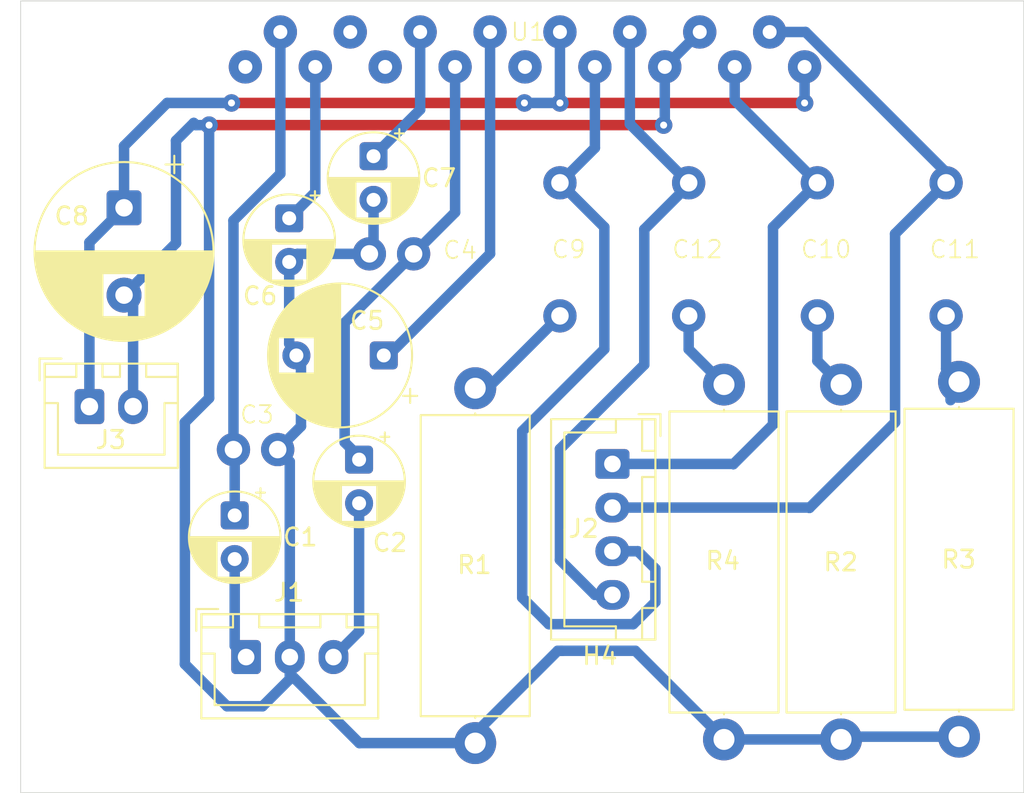
<source format=kicad_pcb>
(kicad_pcb (version 20241229) (generator "pcbnew") (generator_version "9.0")
  (layers (0 "F.Cu" signal) (2 "B.Cu" signal) (13 "F.Paste" user) (15 "B.Paste" user) (5 "F.SilkS" user "F.Silkscreen") (7 "B.SilkS" user "B.Silkscreen") (1 "F.Mask" user) (3 "B.Mask" user) (25 "Edge.Cuts" user))
  (net 0 "")
  (net 3 "Net-(U1-IN1)")
  (net 6 "Net-(U1-IN2)")
  (net 7 "GND")
  (net 8 "Net-(U1-Ripple)")
  (net 9 "Net-(U1-NF1)")
  (net 10 "Net-(U1-NF2)")
  (net 11 "VCC")
  (net 12 "Net-(J2-Pin_3)")
  (net 13 "Net-(C9-Pad2)")
  (net 14 "Net-(C10-Pad2)")
  (net 15 "Net-(J2-Pin_1)")
  (net 16 "Net-(J2-Pin_2)")
  (net 17 "Net-(C11-Pad2)")
  (net 18 "Net-(J2-Pin_4)")
  (net 19 "Net-(C12-Pad2)")
  (net 20 "Net-(J1-Pin_1)")
  (net 21 "Net-(J1-Pin_3)")
  (footprint "Connector_JST:JST_XH_B4B-XH-A_1x04_P2.50mm_Vertical" (layer "F.Cu") (at 168.864642 59.022879 -90)
    (property "Reference" "J2" (at 3.7057 1.649376 180) (layer "F.SilkS"))
    (property "Value" "Output")
    (pad "1" thru_hole roundrect (at 0 0 270) (size 1.7 1.95) (drill 0.95) (layers "*.Cu" "*.Mask") (roundrect_rratio 0.147059) (net 15 "Net-(J2-Pin_1)"))
    (pad "2" thru_hole oval (at 2.5 0 270) (size 1.7 1.95) (drill 0.95) (layers "*.Cu" "*.Mask") (net 16 "Net-(J2-Pin_2)"))
    (pad "3" thru_hole oval (at 5 0 270) (size 1.7 1.95) (drill 0.95) (layers "*.Cu" "*.Mask") (net 12 "Net-(J2-Pin_3)"))
    (pad "4" thru_hole oval (at 7.5 0 270) (size 1.7 1.95) (drill 0.95) (layers "*.Cu" "*.Mask") (net 18 "Net-(J2-Pin_4)"))
  )
  (footprint "@MyLibrary:5.3_2.5_p2.5" (layer "F.Cu") (at 156.21 46.99 180)
    (property "Reference" "C4" (at -3.93351 0.210039 0) (layer "F.SilkS") (effects (font (thickness 0.1))))
    (property "Value" "1000p")
    (pad "1" thru_hole circle (at -1.278026 -0.004765 180) (size 1.905 1.905) (drill 1) (layers "*.Cu" "*.Mask") (net 6 "Net-(U1-IN2)"))
    (pad "2" thru_hole circle (at 1.252966 -0.004765 180) (size 1.905 1.905) (drill 1) (layers "*.Cu" "*.Mask") (net 7 "GND"))
  )
  (footprint "Capacitor_THT:CP_Radial_D5.0mm_P2.50mm" (layer "F.Cu") (at 150.368 44.958 -90)
    (property "Reference" "C6" (at 4.448749 1.666476 180) (layer "F.SilkS"))
    (property "Value" "25v47uF")
    (pad "1" thru_hole roundrect (at 0 0 270) (size 1.6 1.6) (drill 0.8) (layers "*.Cu" "*.Mask") (roundrect_rratio 0.15625) (net 9 "Net-(U1-NF1)"))
    (pad "2" thru_hole circle (at 2.5 0 270) (size 1.6 1.6) (drill 0.8) (layers "*.Cu" "*.Mask") (net 7 "GND"))
  )
  (footprint "Capacitor_THT:CP_Radial_D5.0mm_P2.50mm" (layer "F.Cu") (at 154.367802 58.775871 -90)
    (property "Reference" "C2" (at 4.761372 -1.765315 180) (layer "F.SilkS"))
    (property "Value" "25v4.7uF")
    (pad "1" thru_hole roundrect (at 0 0 270) (size 1.6 1.6) (drill 0.8) (layers "*.Cu" "*.Mask") (roundrect_rratio 0.15625) (net 6 "Net-(U1-IN2)"))
    (pad "2" thru_hole circle (at 2.5 0 270) (size 1.6 1.6) (drill 0.8) (layers "*.Cu" "*.Mask") (net 21 "Net-(J1-Pin_3)"))
  )
  (footprint "Capacitor_THT:CP_Radial_D10.0mm_P5.00mm" (layer "F.Cu") (at 140.917664 44.356945 -90)
    (property "Reference" "C8" (at 0.474055 2.995664 180) (layer "F.SilkS"))
    (property "Value" "1000uF")
    (pad "1" thru_hole roundrect (at 0 0 270) (size 2 2) (drill 1) (layers "*.Cu" "*.Mask") (roundrect_rratio 0.125) (net 11 "VCC"))
    (pad "2" thru_hole circle (at 5 0 270) (size 2 2) (drill 1) (layers "*.Cu" "*.Mask") (net 7 "GND"))
  )
  (footprint "@MyLibrary:11.6_7.0_p7.5" (layer "F.Cu") (at 173.228 46.736 -90)
    (property "Reference" "C12" (at 0 -0.5 0) (layer "F.SilkS") (effects (font (thickness 0.1))))
    (property "Value" "0.12uF")
    (pad "1" thru_hole circle (at -3.81 0 270) (size 1.905 1.905) (drill 1) (layers "*.Cu" "*.Mask") (net 18 "Net-(J2-Pin_4)"))
    (pad "2" thru_hole circle (at 3.81 0 270) (size 1.905 1.905) (drill 1) (layers "*.Cu" "*.Mask") (net 19 "Net-(C12-Pad2)"))
  )
  (footprint "@MyLibrary:5.3_2.5_p2.5" (layer "F.Cu") (at 148.457006 58.206352)
    (property "Reference" "C3" (at 0.068098 -2.006061 0) (layer "F.SilkS") (effects (font (thickness 0.1))))
    (property "Value" "1000p")
    (pad "1" thru_hole circle (at -1.278026 -0.004765) (size 1.905 1.905) (drill 1) (layers "*.Cu" "*.Mask") (net 3 "Net-(U1-IN1)"))
    (pad "2" thru_hole circle (at 1.252966 -0.004765) (size 1.905 1.905) (drill 1) (layers "*.Cu" "*.Mask") (net 7 "GND"))
  )
  (footprint "@MyLibrary:11.6_7.0_p7.5" (layer "F.Cu") (at 187.96 46.736 -90)
    (property "Reference" "C11" (at 0 -0.5 0) (layer "F.SilkS") (effects (font (thickness 0.1))))
    (property "Value" "0.12uF")
    (pad "1" thru_hole circle (at -3.81 0 270) (size 1.905 1.905) (drill 1) (layers "*.Cu" "*.Mask") (net 16 "Net-(J2-Pin_2)"))
    (pad "2" thru_hole circle (at 3.81 0 270) (size 1.905 1.905) (drill 1) (layers "*.Cu" "*.Mask") (net 17 "Net-(C11-Pad2)"))
  )
  (footprint "Resistor_THT:R_Axial_DIN0617_L17.0mm_D6.0mm_P20.32mm_Horizontal" (layer "F.Cu") (at 161.014368 54.688153 -90)
    (property "Reference" "R1" (at 10.116737 0.045706 180) (layer "F.SilkS"))
    (property "Value" "2.2")
    (pad "1" thru_hole circle (at 0 0 270) (size 2.4 2.4) (drill 1.2) (layers "*.Cu" "*.Mask") (net 13 "Net-(C9-Pad2)"))
    (pad "2" thru_hole circle (at 20.32 0 270) (size 2.4 2.4) (drill 1.2) (layers "*.Cu" "*.Mask") (net 7 "GND"))
  )
  (footprint "MountingHole:MountingHole_3.2mm_M3" (layer "F.Cu") (at 188.437994 36.534829)
    (property "Reference" "H2" (hide yes))
    (property "Value" "MountingHole" (hide yes))
    (pad "" np_thru_hole circle (at 0 0) (size 3.2 3.2) (drill 3.2) (layers "*.Cu" "*.Mask"))
  )
  (footprint "@MyLibrary:TA-8220HQ" (layer "F.Cu") (at 163.862 36.29)
    (property "Reference" "U1" (at 0.181727 -2.000005 0) (layer "F.SilkS") (effects (font (thickness 0.1))))
    (property "Value" "~")
    (pad "1" thru_hole circle (at -16 0) (size 1.905 1.905) (drill 0.8) (layers "*.Cu" "*.Mask"))
    (pad "2" thru_hole circle (at -14 -2) (size 1.905 1.905) (drill 0.8) (layers "*.Cu" "*.Mask") (net 3 "Net-(U1-IN1)"))
    (pad "3" thru_hole circle (at -12 0) (size 1.905 1.905) (drill 0.8) (layers "*.Cu" "*.Mask") (net 9 "Net-(U1-NF1)"))
    (pad "4" thru_hole circle (at -10 -2) (size 1.905 1.905) (drill 0.8) (layers "*.Cu" "*.Mask"))
    (pad "5" thru_hole circle (at -8 0) (size 1.905 1.905) (drill 0.8) (layers "*.Cu" "*.Mask"))
    (pad "6" thru_hole circle (at -6 -2) (size 1.905 1.905) (drill 0.8) (layers "*.Cu" "*.Mask") (net 10 "Net-(U1-NF2)"))
    (pad "7" thru_hole circle (at -4 0) (size 1.905 1.905) (drill 0.8) (layers "*.Cu" "*.Mask") (net 6 "Net-(U1-IN2)"))
    (pad "8" thru_hole circle (at -2 -2) (size 1.905 1.905) (drill 0.8) (layers "*.Cu" "*.Mask") (net 8 "Net-(U1-Ripple)"))
    (pad "9" thru_hole circle (at 0 0) (size 1.905 1.905) (drill 0.8) (layers "*.Cu" "*.Mask"))
    (pad "10" thru_hole circle (at 2 -2) (size 1.905 1.905) (drill 0.8) (layers "*.Cu" "*.Mask") (net 11 "VCC"))
    (pad "11" thru_hole circle (at 4 0) (size 1.905 1.905) (drill 0.8) (layers "*.Cu" "*.Mask") (net 12 "Net-(J2-Pin_3)"))
    (pad "12" thru_hole circle (at 6 -2) (size 1.905 1.905) (drill 0.8) (layers "*.Cu" "*.Mask") (net 18 "Net-(J2-Pin_4)"))
    (pad "13" thru_hole circle (at 8 0) (size 1.905 1.905) (drill 0.8) (layers "*.Cu" "*.Mask") (net 7 "GND"))
    (pad "14" thru_hole circle (at 10 -2) (size 1.905 1.905) (drill 0.8) (layers "*.Cu" "*.Mask") (net 7 "GND"))
    (pad "15" thru_hole circle (at 12 0) (size 1.905 1.905) (drill 0.8) (layers "*.Cu" "*.Mask") (net 15 "Net-(J2-Pin_1)"))
    (pad "16" thru_hole circle (at 14 -2) (size 1.905 1.905) (drill 0.8) (layers "*.Cu" "*.Mask") (net 16 "Net-(J2-Pin_2)"))
    (pad "17" thru_hole circle (at 16 0) (size 1.905 1.905) (drill 0.8) (layers "*.Cu" "*.Mask") (net 11 "VCC"))
  )
  (footprint "Capacitor_THT:CP_Radial_D5.0mm_P2.50mm" (layer "F.Cu") (at 147.250219 61.969719 -90)
    (property "Reference" "C1" (at 1.25 -3.75 180) (layer "F.SilkS"))
    (property "Value" "25v4.7uF")
    (pad "1" thru_hole roundrect (at 0 0 270) (size 1.6 1.6) (drill 0.8) (layers "*.Cu" "*.Mask") (roundrect_rratio 0.15625) (net 3 "Net-(U1-IN1)"))
    (pad "2" thru_hole circle (at 2.5 0 270) (size 1.6 1.6) (drill 0.8) (layers "*.Cu" "*.Mask") (net 20 "Net-(J1-Pin_1)"))
  )
  (footprint "Connector_JST:JST_XH_B3B-XH-A_1x03_P2.50mm_Vertical" (layer "F.Cu") (at 147.902417 70.08167)
    (property "Reference" "J1" (at 2.461744 -3.698649 0) (layer "F.SilkS"))
    (property "Value" "Input")
    (pad "1" thru_hole roundrect (at 0 0) (size 1.7 1.95) (drill 0.95) (layers "*.Cu" "*.Mask") (roundrect_rratio 0.147059) (net 20 "Net-(J1-Pin_1)"))
    (pad "2" thru_hole oval (at 2.5 0) (size 1.7 1.95) (drill 0.95) (layers "*.Cu" "*.Mask") (net 7 "GND"))
    (pad "3" thru_hole oval (at 5 0) (size 1.7 1.95) (drill 0.95) (layers "*.Cu" "*.Mask") (net 21 "Net-(J1-Pin_3)"))
  )
  (footprint "MountingHole:MountingHole_3.2mm_M3" (layer "F.Cu") (at 139.190604 74.163813)
    (property "Reference" "H3" (hide yes))
    (property "Value" "MountingHole" (hide yes))
    (pad "" np_thru_hole circle (at 0 0) (size 3.2 3.2) (drill 3.2) (layers "*.Cu" "*.Mask"))
  )
  (footprint "MountingHole:MountingHole_3.2mm_M3" (layer "F.Cu") (at 168.148 74.168)
    (property "Reference" "H4" (at 0 -4.15 0) (layer "F.SilkS"))
    (property "Value" "MountingHole" (hide yes))
    (pad "" np_thru_hole circle (at 0 0) (size 3.2 3.2) (drill 3.2) (layers "*.Cu" "*.Mask"))
  )
  (footprint "@MyLibrary:11.6_7.0_p7.5" (layer "F.Cu") (at 165.862 46.736 -90)
    (property "Reference" "C9" (at 0 -0.5 0) (layer "F.SilkS") (effects (font (thickness 0.1))))
    (property "Value" "0.12uF")
    (pad "1" thru_hole circle (at -3.81 0 270) (size 1.905 1.905) (drill 1) (layers "*.Cu" "*.Mask") (net 12 "Net-(J2-Pin_3)"))
    (pad "2" thru_hole circle (at 3.81 0 270) (size 1.905 1.905) (drill 1) (layers "*.Cu" "*.Mask") (net 13 "Net-(C9-Pad2)"))
  )
  (footprint "Connector_JST:JST_XH_B2B-XH-A_1x02_P2.50mm_Vertical" (layer "F.Cu") (at 138.934972 55.740186)
    (property "Reference" "J3" (at 1.223832 1.902863 0) (layer "F.SilkS"))
    (property "Value" "Power")
    (pad "1" thru_hole roundrect (at 0 0) (size 1.7 2) (drill 1) (layers "*.Cu" "*.Mask") (roundrect_rratio 0.147059) (net 11 "VCC"))
    (pad "2" thru_hole oval (at 2.5 0) (size 1.7 2) (drill 1) (layers "*.Cu" "*.Mask") (net 7 "GND"))
  )
  (footprint "Resistor_THT:R_Axial_DIN0617_L17.0mm_D6.0mm_P20.32mm_Horizontal" (layer "F.Cu") (at 181.948434 54.478813 -90)
    (property "Reference" "R2" (at 10.169071 0.019539 180) (layer "F.SilkS"))
    (property "Value" "2.2")
    (pad "1" thru_hole circle (at 0 0 270) (size 2.4 2.4) (drill 1.2) (layers "*.Cu" "*.Mask") (net 14 "Net-(C10-Pad2)"))
    (pad "2" thru_hole circle (at 20.32 0 270) (size 2.4 2.4) (drill 1.2) (layers "*.Cu" "*.Mask") (net 7 "GND"))
  )
  (footprint "@MyLibrary:11.6_7.0_p7.5" (layer "F.Cu") (at 180.594 46.736 -90)
    (property "Reference" "C10" (at 0 -0.5 0) (layer "F.SilkS") (effects (font (thickness 0.1))))
    (property "Value" "0.12uF")
    (pad "1" thru_hole circle (at -3.81 0 270) (size 1.905 1.905) (drill 1) (layers "*.Cu" "*.Mask") (net 15 "Net-(J2-Pin_1)"))
    (pad "2" thru_hole circle (at 3.81 0 270) (size 1.905 1.905) (drill 1) (layers "*.Cu" "*.Mask") (net 14 "Net-(C10-Pad2)"))
  )
  (footprint "MountingHole:MountingHole_3.2mm_M3" (layer "F.Cu") (at 139.190604 36.534829)
    (property "Reference" "H1" (hide yes))
    (property "Value" "MountingHole" (hide yes))
    (pad "" np_thru_hole circle (at 0 0) (size 3.2 3.2) (drill 3.2) (layers "*.Cu" "*.Mask"))
  )
  (footprint "Capacitor_THT:CP_Radial_D5.0mm_P2.50mm" (layer "F.Cu") (at 155.194 41.402 -90)
    (property "Reference" "C7" (at 1.25 -3.75 0) (layer "F.SilkS"))
    (property "Value" "25v47uF")
    (pad "1" thru_hole roundrect (at 0 0 270) (size 1.6 1.6) (drill 0.8) (layers "*.Cu" "*.Mask") (roundrect_rratio 0.15625) (net 10 "Net-(U1-NF2)"))
    (pad "2" thru_hole circle (at 2.5 0 270) (size 1.6 1.6) (drill 0.8) (layers "*.Cu" "*.Mask") (net 7 "GND"))
  )
  (footprint "Capacitor_THT:CP_Radial_D8.0mm_P5.00mm" (layer "F.Cu") (at 155.780851 52.811065 180)
    (property "Reference" "C5" (at 0.956113 1.991267 0) (layer "F.SilkS"))
    (property "Value" "25v220uF")
    (pad "1" thru_hole roundrect (at 0 0 180) (size 1.6 1.6) (drill 0.8) (layers "*.Cu" "*.Mask") (roundrect_rratio 0.15625) (net 8 "Net-(U1-Ripple)"))
    (pad "2" thru_hole circle (at 5 0 180) (size 1.6 1.6) (drill 0.8) (layers "*.Cu" "*.Mask") (net 7 "GND"))
  )
  (footprint "Resistor_THT:R_Axial_DIN0617_L17.0mm_D6.0mm_P20.32mm_Horizontal" (layer "F.Cu") (at 188.69967 54.321807 -90)
    (property "Reference" "R3" (at 10.169072 0.019539 180) (layer "F.SilkS"))
    (property "Value" "2.2")
    (pad "1" thru_hole circle (at 0 0 270) (size 2.4 2.4) (drill 1.2) (layers "*.Cu" "*.Mask") (net 17 "Net-(C11-Pad2)"))
    (pad "2" thru_hole circle (at 20.32 0 270) (size 2.4 2.4) (drill 1.2) (layers "*.Cu" "*.Mask") (net 7 "GND"))
  )
  (footprint "Resistor_THT:R_Axial_DIN0617_L17.0mm_D6.0mm_P20.32mm_Horizontal" (layer "F.Cu") (at 175.249532 54.478813 -90)
    (property "Reference" "R4" (at 10.090568 0.071873 180) (layer "F.SilkS"))
    (property "Value" "2.2")
    (pad "1" thru_hole circle (at 0 0 270) (size 2.4 2.4) (drill 1.2) (layers "*.Cu" "*.Mask") (net 19 "Net-(C12-Pad2)"))
    (pad "2" thru_hole circle (at 20.32 0 270) (size 2.4 2.4) (drill 1.2) (layers "*.Cu" "*.Mask") (net 7 "GND"))
  )
  (gr_rect (start 135.001 32.512) (end 192.405 77.851) (stroke (width 0.05)) (fill no) (layer "Edge.Cuts"))
  (segment (start 147.17898 45.086458) (end 149.862 42.403438) (width 0.6) (layer "B.Cu") (net 3))
  (segment (start 147.250219 58.272826) (end 147.17898 58.201587) (width 0.6) (layer "B.Cu") (net 3))
  (segment (start 147.250219 61.969719) (end 147.250219 58.272826) (width 0.6) (layer "B.Cu") (net 3))
  (segment (start 149.862 42.403438) (end 149.862 34.29) (width 0.6) (layer "B.Cu") (net 3))
  (segment (start 147.17898 58.201587) (end 147.17898 45.086458) (width 0.6) (layer "B.Cu") (net 3))
  (segment (start 154.367802 58.775871) (end 154.367802 58.609802) (width 0.6) (layer "B.Cu") (net 6))
  (segment (start 157.488026 46.994765) (end 153.543 50.939791) (width 0.6) (layer "B.Cu") (net 6))
  (segment (start 154.367802 58.609802) (end 153.543 57.785) (width 0.6) (layer "B.Cu") (net 6))
  (segment (start 157.488026 46.994765) (end 157.488026 46.998026) (width 0.6) (layer "B.Cu") (net 6))
  (segment (start 159.862 44.620791) (end 157.488026 46.994765) (width 0.6) (layer "B.Cu") (net 6))
  (segment (start 153.543 50.939791) (end 153.543 57.785) (width 0.6) (layer "B.Cu") (net 6))
  (segment (start 159.862 36.29) (end 159.862 44.620791) (width 0.6) (layer "B.Cu") (net 6))
  (segment (start 157.488026 46.998026) (end 157.44162 47.044432) (width 0.6) (layer "B.Cu") (net 6))
  (segment (start 171.795412 39.622604) (end 145.784835 39.622604) (width 0.6) (layer "F.Cu") (net 7))
  (via (at 171.795412 39.622604) (size 1) (drill 0.4) (layers "F.Cu" "B.Cu") (net 7))
  (via (at 145.784835 39.622604) (size 1) (drill 0.4) (layers "F.Cu" "B.Cu") (net 7))
  (segment (start 161.380714 75.008153) (end 161.380714 74.204286) (width 0.6) (layer "B.Cu") (net 7))
  (segment (start 154.957034 46.994765) (end 150.831235 46.994765) (width 0.6) (layer "B.Cu") (net 7))
  (segment (start 141.434972 49.874253) (end 140.917664 49.356945) (width 0.6) (layer "B.Cu") (net 7))
  (segment (start 145.032604 39.622604) (end 144.907 39.497) (width 0.6) (layer "B.Cu") (net 7))
  (segment (start 150.368 52.136538) (end 150.368 47.458) (width 0.6) (layer "B.Cu") (net 7))
  (segment (start 188.144112 74.766606) (end 188.240731 74.669987) (width 0.6) (layer "B.Cu") (net 7))
  (segment (start 144.399 56.642) (end 144.399 70.485) (width 0.6) (layer "B.Cu") (net 7))
  (segment (start 148.844 72.898) (end 150.402417 71.339583) (width 0.6) (layer "B.Cu") (net 7))
  (segment (start 165.989 69.723) (end 170.173719 69.723) (width 0.6) (layer "B.Cu") (net 7))
  (segment (start 150.402417 70.08167) (end 150.402417 58.894032) (width 0.6) (layer "B.Cu") (net 7))
  (segment (start 151.042527 52.811065) (end 150.368 52.136538) (width 0.6) (layer "B.Cu") (net 7))
  (segment (start 161.014368 75.008153) (end 154.383153 75.008153) (width 0.6) (layer "B.Cu") (net 7))
  (segment (start 173.862 34.29) (end 171.862 36.29) (width 0.6) (layer "B.Cu") (net 7))
  (segment (start 165.862 69.723) (end 165.989 69.723) (width 0.6) (layer "B.Cu") (net 7))
  (segment (start 155.194 43.902) (end 155.194 46.757799) (width 0.6) (layer "B.Cu") (net 7))
  (segment (start 143.891 40.513) (end 143.891 46.383609) (width 0.6) (layer "B.Cu") (net 7))
  (segment (start 151.042527 56.869032) (end 151.042527 52.811065) (width 0.6) (layer "B.Cu") (net 7))
  (segment (start 150.402417 58.894032) (end 149.709972 58.201587) (width 0.6) (layer "B.Cu") (net 7))
  (segment (start 145.784835 55.256165) (end 144.399 56.642) (width 0.6) (layer "B.Cu") (net 7))
  (segment (start 144.907 39.497) (end 143.891 40.513) (width 0.6) (layer "B.Cu") (net 7))
  (segment (start 141.434972 55.740186) (end 141.434972 49.874253) (width 0.6) (layer "B.Cu") (net 7))
  (segment (start 150.402417 71.339583) (end 150.402417 70.08167) (width 0.6) (layer "B.Cu") (net 7))
  (segment (start 144.399 70.485) (end 146.812 72.898) (width 0.6) (layer "B.Cu") (net 7))
  (segment (start 182.10544 74.641807) (end 181.948434 74.798813) (width 0.6) (layer "B.Cu") (net 7))
  (segment (start 145.784835 39.622604) (end 145.032604 39.622604) (width 0.6) (layer "B.Cu") (net 7))
  (segment (start 150.402417 71.027417) (end 154.383153 75.008153) (width 0.6) (layer "B.Cu") (net 7))
  (segment (start 145.784835 39.622604) (end 145.784835 55.256165) (width 0.6) (layer "B.Cu") (net 7))
  (segment (start 143.891 46.383609) (end 140.917664 49.356945) (width 0.6) (layer "B.Cu") (net 7))
  (segment (start 150.831235 46.994765) (end 150.368 47.458) (width 0.6) (layer "B.Cu") (net 7))
  (segment (start 165.989 69.723) (end 165.735 69.723) (width 0.6) (layer "B.Cu") (net 7))
  (segment (start 146.812 72.898) (end 148.844 72.898) (width 0.6) (layer "B.Cu") (net 7))
  (segment (start 188.69967 74.641807) (end 182.10544 74.641807) (width 0.6) (layer "B.Cu") (net 7))
  (segment (start 150.402417 70.08167) (end 150.402417 71.027417) (width 0.6) (layer "B.Cu") (net 7))
  (segment (start 171.862 36.29) (end 171.862 39.37) (width 0.6) (layer "B.Cu") (net 7))
  (segment (start 170.173719 69.723) (end 175.249532 74.798813) (width 0.6) (layer "B.Cu") (net 7))
  (segment (start 161.014368 74.443632) (end 161.014368 75.008153) (width 0.6) (layer "B.Cu") (net 7))
  (segment (start 174.810722 75.008153) (end 175.052269 74.766606) (width 0.6) (layer "B.Cu") (net 7))
  (segment (start 149.709972 58.201587) (end 151.042527 56.869032) (width 0.6) (layer "B.Cu") (net 7))
  (segment (start 175.249532 74.798813) (end 181.948434 74.798813) (width 0.6) (layer "B.Cu") (net 7))
  (segment (start 155.194 46.757799) (end 154.957034 46.994765) (width 0.6) (layer "B.Cu") (net 7))
  (segment (start 165.735 69.723) (end 161.014368 74.443632) (width 0.6) (layer "B.Cu") (net 7))
  (segment (start 161.862 34.29) (end 161.862 46.991592) (width 0.6) (layer "B.Cu") (net 8))
  (segment (start 161.862 46.991592) (end 156.042527 52.811065) (width 0.6) (layer "B.Cu") (net 8))
  (segment (start 151.862 36.29) (end 151.862 43.464) (width 0.6) (layer "B.Cu") (net 9))
  (segment (start 151.862 43.464) (end 150.368 44.958) (width 0.6) (layer "B.Cu") (net 9))
  (segment (start 157.862 38.734) (end 155.194 41.402) (width 0.6) (layer "B.Cu") (net 10))
  (segment (start 157.862 34.29) (end 157.862 38.734) (width 0.6) (layer "B.Cu") (net 10))
  (segment (start 179.862 38.354) (end 165.862 38.354) (width 0.6) (layer "F.Cu") (net 11))
  (segment (start 163.83 38.354) (end 147.066 38.354) (width 0.6) (layer "F.Cu") (net 11))
  (via (at 147.066 38.354) (size 1) (drill 0.4) (layers "F.Cu" "B.Cu") (net 11))
  (via (at 163.83 38.354) (size 1) (drill 0.4) (layers "F.Cu" "B.Cu") (net 11))
  (via (at 179.862 38.354) (size 1) (drill 0.4) (layers "F.Cu" "B.Cu") (net 11))
  (via (at 165.862 38.354) (size 1) (drill 0.4) (layers "F.Cu" "B.Cu") (net 11))
  (segment (start 138.934972 55.740186) (end 138.934972 46.339637) (width 0.6) (layer "B.Cu") (net 11))
  (segment (start 165.862 38.354) (end 163.83 38.354) (width 0.6) (layer "B.Cu") (net 11))
  (segment (start 165.862 34.29) (end 165.862 38.354) (width 0.6) (layer "B.Cu") (net 11))
  (segment (start 147.066 38.354) (end 143.383 38.354) (width 0.6) (layer "B.Cu") (net 11))
  (segment (start 138.934972 46.339637) (end 140.917664 44.356945) (width 0.6) (layer "B.Cu") (net 11))
  (segment (start 140.917664 44.356945) (end 140.917664 40.819336) (width 0.6) (layer "B.Cu") (net 11))
  (segment (start 140.917664 40.819336) (end 143.383 38.354) (width 0.6) (layer "B.Cu") (net 11))
  (segment (start 179.862 36.29) (end 179.862 38.354) (width 0.6) (layer "B.Cu") (net 11))
  (segment (start 163.703 66.675) (end 165.227 68.199) (width 0.6) (layer "B.Cu") (net 12))
  (segment (start 168.402 52.451) (end 163.703 57.15) (width 0.6) (layer "B.Cu") (net 12))
  (segment (start 171.323 66.929) (end 170.053 68.199) (width 0.6) (layer "B.Cu") (net 12))
  (segment (start 165.227 68.199) (end 170.053 68.199) (width 0.6) (layer "B.Cu") (net 12))
  (segment (start 163.703 57.15) (end 163.703 66.675) (width 0.6) (layer "B.Cu") (net 12))
  (segment (start 171.323 65.024) (end 171.323 66.929) (width 0.6) (layer "B.Cu") (net 12))
  (segment (start 167.862 40.926) (end 165.862 42.926) (width 0.6) (layer "B.Cu") (net 12))
  (segment (start 170.321879 64.022879) (end 171.323 65.024) (width 0.6) (layer "B.Cu") (net 12))
  (segment (start 167.862 36.29) (end 167.862 40.926) (width 0.6) (layer "B.Cu") (net 12))
  (segment (start 165.862 42.926) (end 168.402 45.466) (width 0.6) (layer "B.Cu") (net 12))
  (segment (start 168.864642 64.022879) (end 170.321879 64.022879) (width 0.6) (layer "B.Cu") (net 12))
  (segment (start 168.402 45.466) (end 168.402 52.451) (width 0.6) (layer "B.Cu") (net 12))
  (segment (start 165.862 50.546) (end 161.719847 54.688153) (width 0.6) (layer "B.Cu") (net 13))
  (segment (start 161.719847 54.688153) (end 161.014368 54.688153) (width 0.6) (layer "B.Cu") (net 13))
  (segment (start 180.594 53.124379) (end 181.948434 54.478813) (width 0.6) (layer "B.Cu") (net 14))
  (segment (start 180.594 50.546) (end 180.594 53.124379) (width 0.6) (layer "B.Cu") (net 14))
  (segment (start 168.864642 59.022879) (end 175.767979 59.022879) (width 0.6) (layer "B.Cu") (net 15))
  (segment (start 175.767979 59.022879) (end 175.78405 59.03895) (width 0.6) (layer "B.Cu") (net 15))
  (segment (start 175.862 38.194) (end 180.594 42.926) (width 0.6) (layer "B.Cu") (net 15))
  (segment (start 175.862 36.29) (end 175.862 38.194) (width 0.6) (layer "B.Cu") (net 15))
  (segment (start 178.054 56.769) (end 175.78405 59.03895) (width 0.6) (layer "B.Cu") (net 15))
  (segment (start 180.594 42.926) (end 178.054 45.466) (width 0.6) (layer "B.Cu") (net 15))
  (segment (start 178.054 45.466) (end 178.054 56.769) (width 0.6) (layer "B.Cu") (net 15))
  (segment (start 187.96 42.926) (end 185.039 45.847) (width 0.6) (layer "B.Cu") (net 16))
  (segment (start 185.039 56.642) (end 180.14205 61.53895) (width 0.6) (layer "B.Cu") (net 16))
  (segment (start 185.039 45.847) (end 185.039 56.642) (width 0.6) (layer "B.Cu") (net 16))
  (segment (start 177.862 34.29) (end 179.91756 34.29) (width 0.6) (layer "B.Cu") (net 16))
  (segment (start 168.864642 61.522879) (end 180.125979 61.522879) (width 0.6) (layer "B.Cu") (net 16))
  (segment (start 187.96 42.33244) (end 187.96 42.926) (width 0.6) (layer "B.Cu") (net 16))
  (segment (start 180.125979 61.522879) (end 180.14205 61.53895) (width 0.6) (layer "B.Cu") (net 16))
  (segment (start 179.91756 34.29) (end 187.96 42.33244) (width 0.6) (layer "B.Cu") (net 16))
  (segment (start 187.96 54.069256) (end 188.240731 54.349987) (width 0.6) (layer "B.Cu") (net 17))
  (segment (start 187.96 50.546) (end 188.507936 50.546) (width 0.6) (layer "B.Cu") (net 17))
  (segment (start 188.214 53.594) (end 188.214 55.372) (width 0.6) (layer "B.Cu") (net 17))
  (segment (start 187.96 53.582137) (end 188.69967 54.321807) (width 0.6) (layer "B.Cu") (net 17))
  (segment (start 187.96 50.546) (end 187.96 53.582137) (width 0.6) (layer "B.Cu") (net 17))
  (segment (start 169.862 34.29) (end 169.862 39.56) (width 0.6) (layer "B.Cu") (net 18))
  (segment (start 170.688 53.34) (end 170.688 45.593) (width 0.6) (layer "B.Cu") (net 18))
  (segment (start 165.862 58.166) (end 170.688 53.34) (width 0.6) (layer "B.Cu") (net 18))
  (segment (start 167.868879 66.522879) (end 165.862 64.516) (width 0.6) (layer "B.Cu") (net 18))
  (segment (start 165.862 64.516) (end 165.862 58.166) (width 0.6) (layer "B.Cu") (net 18))
  (segment (start 173.228 43.053) (end 173.228 42.926) (width 0.6) (layer "B.Cu") (net 18))
  (segment (start 168.864642 66.522879) (end 167.868879 66.522879) (width 0.6) (layer "B.Cu") (net 18))
  (segment (start 169.862 39.56) (end 173.228 42.926) (width 0.6) (layer "B.Cu") (net 18))
  (segment (start 170.688 45.593) (end 173.228 43.053) (width 0.6) (layer "B.Cu") (net 18))
  (segment (start 173.228 50.546) (end 173.228 52.457281) (width 0.6) (layer "B.Cu") (net 19))
  (segment (start 173.228 52.457281) (end 175.249532 54.478813) (width 0.6) (layer "B.Cu") (net 19))
  (segment (start 147.250219 64.469719) (end 147.250219 69.429472) (width 0.6) (layer "B.Cu") (net 20))
  (segment (start 147.250219 69.429472) (end 147.902417 70.08167) (width 0.6) (layer "B.Cu") (net 20))
  (segment (start 154.367802 61.275871) (end 154.367802 68.616285) (width 0.6) (layer "B.Cu") (net 21))
  (segment (start 154.367802 68.616285) (end 152.902417 70.08167) (width 0.6) (layer "B.Cu") (net 21))
)
</source>
